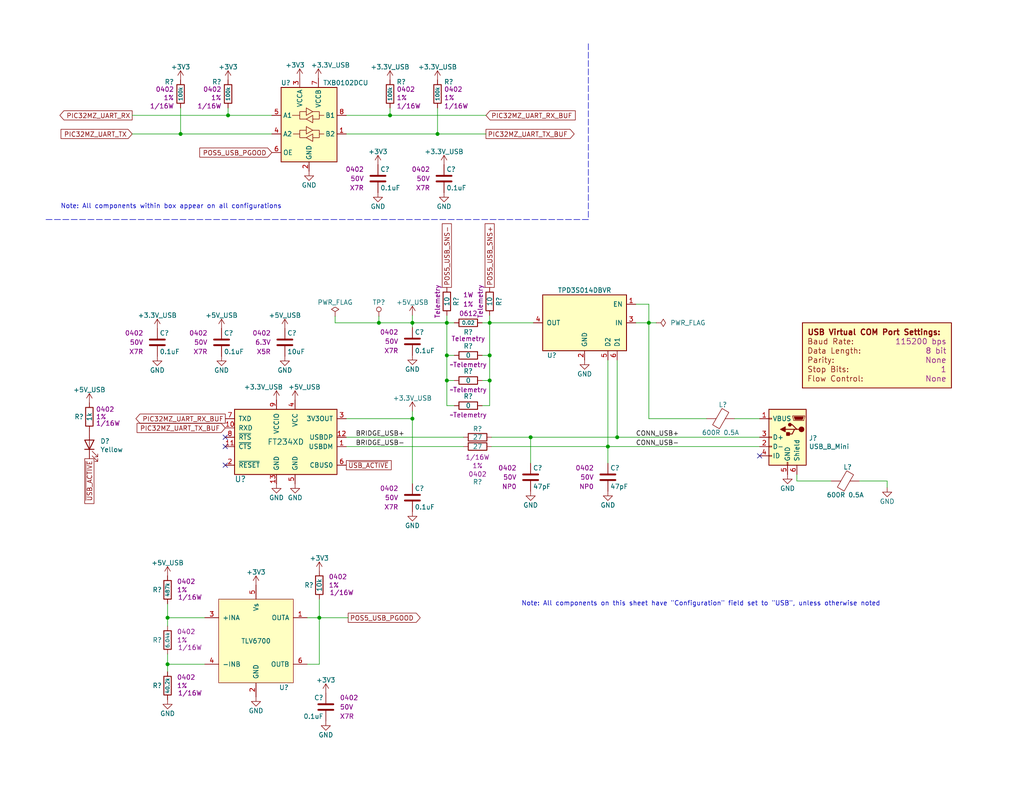
<source format=kicad_sch>
(kicad_sch (version 20211123) (generator eeschema)
  (paper "A")
  (lib_symbols
    (symbol "Connector:USB_B_Mini" (pin_names (offset 1.016))
      (property "Reference" "J" (at -5.08 11.43 0))
      (property "Value" "USB_B_Mini" (at -5.08 8.89 0))
      (symbol "USB_B_Mini_0_1"
        (rectangle (start -5.08 -7.62) (end 5.08 7.62) (stroke (width 0.254)) (fill (type background)))
        (circle (center -3.81 2.159) (radius 0.635) (stroke (width 0.254)) (fill (type outline)))
        (circle (center -0.635 3.429) (radius 0.381) (stroke (width 0.254)) (fill (type outline)))
        (rectangle (start -0.127 -7.62) (end 0.127 -6.858))
        (polyline (pts (xy -1.905 2.159) (xy 0.635 2.159)) (stroke (width 0.254)))
        (polyline (pts (xy -3.175 2.159) (xy -2.54 2.159) (xy -1.27 3.429) (xy -0.635 3.429)) (stroke (width 0.254)))
        (polyline (pts (xy -2.54 2.159) (xy -1.905 2.159) (xy -1.27 0.889) (xy 0 0.889)) (stroke (width 0.254)))
        (polyline (pts (xy 0.635 2.794) (xy 0.635 1.524) (xy 1.905 2.159) (xy 0.635 2.794)) (stroke (width 0.254)) (fill (type outline)))
        (polyline (pts (xy -4.318 5.588) (xy -1.778 5.588) (xy -2.032 4.826) (xy -4.064 4.826) (xy -4.318 5.588)) (fill (type outline)))
        (polyline (pts (xy -4.699 5.842) (xy -4.699 5.588) (xy -4.445 4.826) (xy -4.445 4.572) (xy -1.651 4.572) (xy -1.651 4.826) (xy -1.397 5.588) (xy -1.397 5.842) (xy -4.699 5.842)))
        (rectangle (start 0.254 1.27) (end -0.508 0.508) (stroke (width 0.254)) (fill (type outline)))
        (rectangle (start 5.08 -5.207) (end 4.318 -4.953))
        (rectangle (start 5.08 -2.667) (end 4.318 -2.413))
        (rectangle (start 5.08 -0.127) (end 4.318 0.127))
        (rectangle (start 5.08 4.953) (end 4.318 5.207))
      )
      (symbol "USB_B_Mini_1_1"
        (pin power_out line (at 7.62 5.08 180) (length 2.54) (name "VBUS") (number "1"))
        (pin bidirectional line (at 7.62 -2.54 180) (length 2.54) (name "D-") (number "2"))
        (pin bidirectional line (at 7.62 0 180) (length 2.54) (name "D+") (number "3"))
        (pin passive line (at 7.62 -5.08 180) (length 2.54) (name "ID") (number "4"))
        (pin power_out line (at 0 -10.16 90) (length 2.54) (name "GND") (number "5"))
        (pin passive line (at -2.54 -10.16 90) (length 2.54) (name "Shield") (number "6"))
      )
    )
    (symbol "Custom_Library:+3.3V_USB" (power) (pin_names (offset 0))
      (property "Value" "+3.3V_USB" (at 0 3.556 0))
      (symbol "+3.3V_USB_0_1"
        (polyline (pts (xy -0.762 1.27) (xy 0 2.54)))
        (polyline (pts (xy 0 0) (xy 0 2.54)))
        (polyline (pts (xy 0 2.54) (xy 0.762 1.27)))
      )
      (symbol "+3.3V_USB_1_1"
        (pin power_in line (at 0 0 90) (length 0) hide (name "+3.3V_USB") (number "1"))
      )
    )
    (symbol "Custom_Library:+5V_USB" (power) (pin_names (offset 0))
      (property "Value" "+5V_USB" (at 0 3.556 0))
      (symbol "+5V_USB_0_1"
        (polyline (pts (xy -0.762 1.27) (xy 0 2.54)))
        (polyline (pts (xy 0 0) (xy 0 2.54)))
        (polyline (pts (xy 0 2.54) (xy 0.762 1.27)))
      )
      (symbol "+5V_USB_1_1"
        (pin power_in line (at 0 0 90) (length 0) hide (name "+5V_USB") (number "1"))
      )
    )
    (symbol "Custom_Library:COM_Port_Settings" (pin_names (offset 1.016))
      (property "Baud_Rate" "Baud" (at 19.05 3.81 0))
      (property "Data_Length" "Data Length" (at 19.05 1.27 0))
      (property "Parity" "Parity" (at 19.05 -1.27 0))
      (property "Stop_Bits" "Stop Bits" (at 19.05 -3.81 0))
      (property "Flow_Control" "Flow Control" (at 19.05 -6.35 0))
      (symbol "COM_Port_Settings_0_0"
        (rectangle (start -20.32 8.89) (end 20.32 -8.89) (stroke (width 0.254)) (fill (type background)))
        (text "Baud Rate:" (at -19.05 3.81 0) (effects (font (size 1.524 1.524)) (justify left)))
        (text "Data Length:" (at -19.05 1.27 0) (effects (font (size 1.524 1.524)) (justify left)))
        (text "Flow Control:" (at -19.05 -6.35 0) (effects (font (size 1.524 1.524)) (justify left)))
        (text "Parity:" (at -19.05 -1.27 0) (effects (font (size 1.524 1.524)) (justify left)))
        (text "Stop Bits:" (at -19.05 -3.81 0) (effects (font (size 1.524 1.524)) (justify left)))
        (text "USB Virtual COM Port Settings:" (at -19.05 6.35 0) (effects (font (size 1.524 1.524) bold) (justify left)))
      )
    )
    (symbol "Custom_Library:C_Custom" (pin_numbers hide) (pin_names (offset 0.254))
      (property "Reference" "C" (at 0.635 2.54 0))
      (property "Value" "C_Custom" (at 0.635 -2.54 0))
      (property "display_footprint" "Foot" (at -3.81 2.54 0))
      (property "Voltage" "V" (at -3.81 0 0))
      (property "Dielectric" "Er" (at -3.81 -2.54 0))
      (symbol "C_Custom_0_1"
        (polyline (pts (xy -2.032 -0.762) (xy 2.032 -0.762)) (stroke (width 0.508)))
        (polyline (pts (xy -2.032 0.762) (xy 2.032 0.762)) (stroke (width 0.508)))
      )
      (symbol "C_Custom_1_1"
        (pin passive line (at 0 3.81 270) (length 2.794) (name "~") (number "1"))
        (pin passive line (at 0 -3.81 90) (length 2.794) (name "~") (number "2"))
      )
    )
    (symbol "Custom_Library:FT234XD" (pin_names (offset 1.016))
      (property "Reference" "U" (at 13.97 -10.16 0))
      (property "Value" "FT234XD" (at 0 0 0))
      (symbol "FT234XD_0_1"
        (rectangle (start -13.97 8.89) (end 13.97 -8.89) (stroke (width 0.254)) (fill (type background)))
      )
      (symbol "FT234XD_1_1"
        (pin input line (at -16.51 -1.27 0) (length 2.54) (name "USBDM") (number "1"))
        (pin input line (at 16.51 3.81 180) (length 2.54) (name "RXD") (number "10"))
        (pin input line (at 16.51 -1.27 180) (length 2.54) (name "~{CTS}") (number "11"))
        (pin input line (at -16.51 1.27 0) (length 2.54) (name "USBDP") (number "12"))
        (pin power_in line (at 2.54 -11.43 90) (length 2.54) (name "GND") (number "13"))
        (pin input line (at 16.51 -6.35 180) (length 2.54) (name "~{RESET}") (number "2"))
        (pin power_out line (at -16.51 6.35 0) (length 2.54) (name "3V3OUT") (number "3"))
        (pin power_in line (at -2.54 11.43 270) (length 2.54) (name "VCC") (number "4"))
        (pin power_in line (at -2.54 -11.43 90) (length 2.54) (name "GND") (number "5"))
        (pin bidirectional line (at -16.51 -6.35 0) (length 2.54) (name "CBUS0") (number "6"))
        (pin output line (at 16.51 6.35 180) (length 2.54) (name "TXD") (number "7"))
        (pin output line (at 16.51 1.27 180) (length 2.54) (name "~{RTS}") (number "8"))
        (pin power_in line (at 2.54 11.43 270) (length 2.54) (name "VCCIO") (number "9"))
      )
    )
    (symbol "Custom_Library:R_Custom" (pin_numbers hide) (pin_names (offset 1.016) hide)
      (property "Reference" "R" (at -2.54 0 90))
      (property "Value" "R_Custom" (at 0 0 90))
      (property "display_footprint" "Foot" (at 2.54 0 90))
      (property "Tolerance" "Tol" (at 5.08 0 90))
      (property "Wattage" "W" (at 7.62 0 90))
      (symbol "R_Custom_0_1"
        (rectangle (start 1.016 2.54) (end -1.016 -2.54) (stroke (width 0.254)))
      )
      (symbol "R_Custom_1_1"
        (pin passive line (at 0 3.81 270) (length 1.27) (name "1") (number "1"))
        (pin passive line (at 0 -3.81 90) (length 1.27) (name "2") (number "2"))
      )
    )
    (symbol "Custom_Library:TLV6700" (pin_names (offset 1.016))
      (property "Reference" "U" (at 7.62 -12.7 0))
      (property "Value" "TLV6700" (at 0 0 0))
      (symbol "TLV6700_0_1"
        (rectangle (start -10.16 11.43) (end 10.16 -11.43) (fill (type background)))
      )
      (symbol "TLV6700_1_1"
        (pin open_collector line (at 13.97 6.35 180) (length 3.81) (name "OUTA") (number "1"))
        (pin power_in line (at 0 -15.24 90) (length 3.81) (name "GND") (number "2"))
        (pin input line (at -13.97 6.35 0) (length 3.81) (name "+INA") (number "3"))
        (pin input line (at -13.97 -6.35 0) (length 3.81) (name "-INB") (number "4"))
        (pin power_in line (at 0 15.24 270) (length 3.81) (name "Vs") (number "5"))
        (pin open_collector line (at 13.97 -6.35 180) (length 3.81) (name "OUTB") (number "6"))
      )
    )
    (symbol "Custom_Library:TP" (pin_numbers hide) (pin_names (offset 0) hide)
      (property "Reference" "TP" (at 0 3.81 0))
      (symbol "TP_0_1"
        (polyline (pts (xy 0 0) (xy 0 1.27)))
        (circle (center 0 1.905) (radius 0.635))
      )
      (symbol "TP_1_1"
        (pin passive line (at 0 0 90) (length 0) (name "TP") (number "1"))
      )
    )
    (symbol "Custom_Library:TPD3S014DBVR" (pin_names (offset 1.016))
      (property "Reference" "U" (at 7.62 -8.89 0))
      (property "Value" "TPD3S014DBVR" (at 0 8.89 0))
      (symbol "TPD3S014DBVR_0_1"
        (rectangle (start -11.43 7.62) (end 11.43 -7.62) (stroke (width 0.254)) (fill (type background)))
      )
      (symbol "TPD3S014DBVR_1_1"
        (pin input line (at -13.97 5.08 0) (length 2.54) (name "EN") (number "1"))
        (pin power_in line (at 0 -10.16 90) (length 2.54) (name "GND") (number "2"))
        (pin power_in line (at -13.97 0 0) (length 2.54) (name "IN") (number "3"))
        (pin passive line (at 13.97 0 180) (length 2.54) (name "OUT") (number "4"))
        (pin passive line (at -6.35 -10.16 90) (length 2.54) (name "D2") (number "5"))
        (pin passive line (at -8.89 -10.16 90) (length 2.54) (name "D1") (number "6"))
      )
    )
    (symbol "Device:LED" (pin_numbers hide) (pin_names (offset 1.016) hide)
      (property "Reference" "D" (at 0 2.54 0))
      (property "Value" "LED" (at 0 -2.54 0))
      (symbol "LED_0_1"
        (polyline (pts (xy -1.27 -1.27) (xy -1.27 1.27)) (stroke (width 0.254)))
        (polyline (pts (xy -1.27 0) (xy 1.27 0)))
        (polyline (pts (xy 1.27 -1.27) (xy 1.27 1.27) (xy -1.27 0) (xy 1.27 -1.27)) (stroke (width 0.254)))
        (polyline (pts (xy -3.048 -0.762) (xy -4.572 -2.286) (xy -3.81 -2.286) (xy -4.572 -2.286) (xy -4.572 -1.524)))
        (polyline (pts (xy -1.778 -0.762) (xy -3.302 -2.286) (xy -2.54 -2.286) (xy -3.302 -2.286) (xy -3.302 -1.524)))
      )
      (symbol "LED_1_1"
        (pin passive line (at -3.81 0 0) (length 2.54) (name "K") (number "1"))
        (pin passive line (at 3.81 0 180) (length 2.54) (name "A") (number "2"))
      )
    )
    (symbol "LED_Panel_Controller-rescue:+3.3V-power" (power) (pin_names (offset 0))
      (property "Value" "+3.3V-power" (at 0 3.556 0))
      (symbol "+3.3V-power_0_1"
        (polyline (pts (xy -0.762 1.27) (xy 0 2.54)))
        (polyline (pts (xy 0 0) (xy 0 2.54)))
        (polyline (pts (xy 0 2.54) (xy 0.762 1.27)))
      )
      (symbol "+3.3V-power_1_1"
        (pin power_in line (at 0 0 90) (length 0) hide (name "+3V3") (number "1"))
      )
    )
    (symbol "LED_Panel_Controller-rescue:Ferrite_Bead-Device" (pin_numbers hide) (pin_names (offset 0))
      (property "Reference" "FB" (at -3.81 0.635 90))
      (property "Value" "Ferrite_Bead-Device" (at 3.81 0 90))
      (symbol "Ferrite_Bead-Device_0_1"
        (polyline (pts (xy 0 -1.27) (xy 0 -1.2192)))
        (polyline (pts (xy 0 1.27) (xy 0 1.2954)))
        (polyline (pts (xy -2.7686 0.4064) (xy -1.7018 2.2606) (xy 2.7686 -0.3048) (xy 1.6764 -2.159) (xy -2.7686 0.4064)))
      )
      (symbol "Ferrite_Bead-Device_1_1"
        (pin passive line (at 0 3.81 270) (length 2.54) (name "~") (number "1"))
        (pin passive line (at 0 -3.81 90) (length 2.54) (name "~") (number "2"))
      )
    )
    (symbol "Logic_LevelTranslator:TXB0102DCU"
      (property "Reference" "U" (at -6.35 11.43 0))
      (property "Value" "TXB0102DCU" (at 3.81 11.43 0))
      (symbol "TXB0102DCU_0_1"
        (rectangle (start -7.62 10.16) (end 7.62 -10.16) (stroke (width 0.254)) (fill (type background)))
        (polyline (pts (xy -2.54 -2.54) (xy -2.54 -1.524) (xy -0.762 -1.524)))
        (polyline (pts (xy -2.54 2.54) (xy -2.54 3.556) (xy -0.762 3.556)))
        (polyline (pts (xy 2.794 -2.54) (xy 2.794 -3.556) (xy 1.016 -3.556)))
        (polyline (pts (xy 2.794 2.54) (xy 2.794 1.524) (xy 1.016 1.524)))
        (polyline (pts (xy -0.762 -3.556) (xy -2.54 -3.556) (xy -2.54 -2.54) (xy -4.318 -2.54)))
        (polyline (pts (xy -0.762 -2.54) (xy -0.762 -0.508) (xy 1.016 -1.524) (xy -0.762 -2.54)))
        (polyline (pts (xy -0.762 1.524) (xy -2.54 1.524) (xy -2.54 2.54) (xy -4.572 2.54)))
        (polyline (pts (xy -0.762 2.54) (xy -0.762 4.572) (xy 1.016 3.556) (xy -0.762 2.54)))
        (polyline (pts (xy 1.016 -2.54) (xy 1.016 -4.572) (xy -0.762 -3.556) (xy 1.016 -2.54)))
        (polyline (pts (xy 1.016 -1.524) (xy 2.794 -1.524) (xy 2.794 -2.54) (xy 4.064 -2.54)))
        (polyline (pts (xy 1.016 3.556) (xy 2.794 3.556) (xy 2.794 2.54) (xy 4.064 2.54)))
        (polyline (pts (xy 1.016 2.54) (xy 1.016 0.762) (xy 1.016 0.508) (xy -0.762 1.524) (xy 1.016 2.54)))
      )
      (symbol "TXB0102DCU_1_1"
        (pin bidirectional line (at 10.16 -2.54 180) (length 2.54) (name "B2") (number "1"))
        (pin power_in line (at 0 -12.7 90) (length 2.54) (name "GND") (number "2"))
        (pin power_in line (at -2.54 12.7 270) (length 2.54) (name "VCCA") (number "3"))
        (pin bidirectional line (at -10.16 -2.54 0) (length 2.54) (name "A2") (number "4"))
        (pin bidirectional line (at -10.16 2.54 0) (length 2.54) (name "A1") (number "5"))
        (pin input line (at -10.16 -7.62 0) (length 2.54) (name "OE") (number "6"))
        (pin power_in line (at 2.54 12.7 270) (length 2.54) (name "VCCB") (number "7"))
        (pin bidirectional line (at 10.16 2.54 180) (length 2.54) (name "B1") (number "8"))
      )
    )
    (symbol "power:GND" (power) (pin_names (offset 0))
      (property "Value" "GND" (at 0 -3.81 0))
      (symbol "GND_0_1"
        (polyline (pts (xy 0 0) (xy 0 -1.27) (xy 1.27 -1.27) (xy 0 -2.54) (xy -1.27 -1.27) (xy 0 -1.27)))
      )
      (symbol "GND_1_1"
        (pin power_in line (at 0 0 270) (length 0) hide (name "GND") (number "1"))
      )
    )
    (symbol "power:PWR_FLAG" (power) (pin_numbers hide) (pin_names (offset 0) hide)
      (property "Value" "PWR_FLAG" (at 0 3.81 0))
      (symbol "PWR_FLAG_0_0"
        (pin power_out line (at 0 0 90) (length 0) (name "pwr") (number "1"))
      )
      (symbol "PWR_FLAG_0_1"
        (polyline (pts (xy 0 0) (xy 0 1.27) (xy -1.016 1.905) (xy 0 2.54) (xy 1.016 1.905) (xy 0 1.27)))
      )
    )
  )
  (junction (at 133.604 97.028))
  (junction (at 106.426 31.496))
  (junction (at 45.72 181.356))
  (junction (at 49.276 36.576))
  (junction (at 45.72 168.656))
  (junction (at 168.402 119.38))
  (junction (at 119.38 36.576))
  (junction (at 112.522 88.138))
  (junction (at 133.604 88.138))
  (junction (at 165.862 121.92))
  (junction (at 87.122 168.656))
  (junction (at 112.522 114.3))
  (junction (at 62.23 31.496))
  (junction (at 144.78 119.38))
  (junction (at 121.92 97.028))
  (junction (at 121.92 88.138))
  (junction (at 121.92 103.886))
  (junction (at 177.038 88.138))
  (junction (at 103.378 88.138))
  (junction (at 133.604 103.886))
  (no_connect (at 207.264 124.46))
  (no_connect (at 61.468 121.92))
  (no_connect (at 61.468 119.38))
  (no_connect (at 61.468 127))
  (wire (pts (xy 168.402 119.38) (xy 207.264 119.38)))
  (polyline (pts (xy 160.528 59.944) (xy 12.446 59.944)))
  (polyline (pts (xy 160.528 11.938) (xy 160.528 59.944)))
  (wire (pts (xy 131.572 97.028) (xy 133.604 97.028)))
  (wire (pts (xy 144.78 126.492) (xy 144.78 119.38)))
  (wire (pts (xy 132.588 31.496) (xy 106.426 31.496)))
  (wire (pts (xy 121.92 103.886) (xy 121.92 110.744)))
  (wire (pts (xy 200.406 114.3) (xy 207.264 114.3)))
  (wire (pts (xy 165.862 98.298) (xy 165.862 121.92)))
  (wire (pts (xy 83.82 181.356) (xy 87.122 181.356)))
  (wire (pts (xy 94.488 119.38) (xy 126.492 119.38)))
  (wire (pts (xy 62.23 29.464) (xy 62.23 31.496)))
  (wire (pts (xy 173.482 83.058) (xy 177.038 83.058)))
  (wire (pts (xy 242.062 131.318) (xy 234.442 131.318)))
  (wire (pts (xy 112.522 112.268) (xy 112.522 114.3)))
  (wire (pts (xy 165.862 121.92) (xy 207.264 121.92)))
  (wire (pts (xy 121.92 86.106) (xy 121.92 88.138)))
  (wire (pts (xy 132.588 36.576) (xy 119.38 36.576)))
  (wire (pts (xy 119.38 29.464) (xy 119.38 36.576)))
  (wire (pts (xy 165.862 126.492) (xy 165.862 121.92)))
  (wire (pts (xy 144.78 119.38) (xy 168.402 119.38)))
  (wire (pts (xy 131.572 103.886) (xy 133.604 103.886)))
  (wire (pts (xy 49.276 36.576) (xy 74.168 36.576)))
  (wire (pts (xy 121.92 88.138) (xy 121.92 97.028)))
  (wire (pts (xy 226.822 131.318) (xy 217.424 131.318)))
  (wire (pts (xy 133.604 110.744) (xy 133.604 103.886)))
  (wire (pts (xy 94.488 114.3) (xy 112.522 114.3)))
  (wire (pts (xy 133.604 103.886) (xy 133.604 97.028)))
  (wire (pts (xy 103.378 88.138) (xy 112.522 88.138)))
  (wire (pts (xy 123.952 97.028) (xy 121.92 97.028)))
  (wire (pts (xy 91.44 86.36) (xy 91.44 88.138)))
  (wire (pts (xy 177.038 83.058) (xy 177.038 88.138)))
  (wire (pts (xy 242.062 133.096) (xy 242.062 131.318)))
  (wire (pts (xy 123.952 103.886) (xy 121.92 103.886)))
  (wire (pts (xy 45.72 168.656) (xy 45.72 164.846)))
  (wire (pts (xy 94.996 168.656) (xy 87.122 168.656)))
  (wire (pts (xy 106.426 31.496) (xy 94.488 31.496)))
  (wire (pts (xy 45.72 181.356) (xy 45.72 183.388)))
  (wire (pts (xy 36.068 36.576) (xy 49.276 36.576)))
  (wire (pts (xy 62.23 31.496) (xy 74.168 31.496)))
  (wire (pts (xy 173.482 88.138) (xy 177.038 88.138)))
  (wire (pts (xy 49.276 29.464) (xy 49.276 36.576)))
  (wire (pts (xy 112.522 88.138) (xy 112.522 89.408)))
  (wire (pts (xy 87.122 168.656) (xy 87.122 163.576)))
  (wire (pts (xy 179.07 88.138) (xy 177.038 88.138)))
  (wire (pts (xy 133.604 86.106) (xy 133.604 88.138)))
  (wire (pts (xy 112.522 114.3) (xy 112.522 132.08)))
  (wire (pts (xy 87.122 181.356) (xy 87.122 168.656)))
  (wire (pts (xy 177.038 88.138) (xy 177.038 114.3)))
  (wire (pts (xy 121.92 110.744) (xy 123.952 110.744)))
  (wire (pts (xy 192.786 114.3) (xy 177.038 114.3)))
  (wire (pts (xy 134.112 121.92) (xy 165.862 121.92)))
  (wire (pts (xy 133.604 88.138) (xy 133.604 97.028)))
  (wire (pts (xy 119.38 36.576) (xy 94.488 36.576)))
  (wire (pts (xy 131.572 88.138) (xy 133.604 88.138)))
  (wire (pts (xy 131.572 110.744) (xy 133.604 110.744)))
  (wire (pts (xy 168.402 98.298) (xy 168.402 119.38)))
  (wire (pts (xy 45.72 181.356) (xy 45.72 178.562)))
  (wire (pts (xy 134.112 119.38) (xy 144.78 119.38)))
  (wire (pts (xy 217.424 131.318) (xy 217.424 129.54)))
  (wire (pts (xy 103.378 86.36) (xy 103.378 88.138)))
  (wire (pts (xy 55.88 181.356) (xy 45.72 181.356)))
  (wire (pts (xy 91.44 88.138) (xy 103.378 88.138)))
  (wire (pts (xy 55.88 168.656) (xy 45.72 168.656)))
  (wire (pts (xy 45.72 168.656) (xy 45.72 170.942)))
  (wire (pts (xy 94.488 121.92) (xy 126.492 121.92)))
  (wire (pts (xy 121.92 97.028) (xy 121.92 103.886)))
  (wire (pts (xy 133.604 88.138) (xy 145.542 88.138)))
  (wire (pts (xy 112.522 88.138) (xy 121.92 88.138)))
  (wire (pts (xy 112.522 86.106) (xy 112.522 88.138)))
  (wire (pts (xy 83.82 168.656) (xy 87.122 168.656)))
  (wire (pts (xy 36.068 31.496) (xy 62.23 31.496)))
  (wire (pts (xy 121.92 88.138) (xy 123.952 88.138)))
  (wire (pts (xy 106.426 29.464) (xy 106.426 31.496)))
  (text "Note: All components within box appear on all configurations" (at 16.51 57.15 0) (effects (font (size 1.27 1.27)) (justify left bottom)))
  (text "Note: All components on this sheet have \"Configuration\" field set to \"USB\", unless otherwise noted" (at 142.24 165.608 0) (effects (font (size 1.27 1.27)) (justify left bottom)))
  (label "BRIDGE_USB-" (at 97.028 121.92 0))
  (label "BRIDGE_USB+" (at 97.028 119.38 0))
  (label "CONN_USB-" (at 173.482 121.92 0))
  (label "CONN_USB+" (at 173.482 119.38 0))
  (global_label "POS5_USB_SNS-" (shape passive) (at 121.92 78.486 90) (property "Intersheet References" "${INTERSHEET_REFS}" (effects hide)))
  (global_label "~{USB_ACTIVE}" (shape passive) (at 94.488 127 0) (property "Intersheet References" "${INTERSHEET_REFS}" (effects hide)))
  (global_label "PIC32MZ_UART_RX_BUF" (shape output) (at 61.468 114.3 180) (property "Intersheet References" "${INTERSHEET_REFS}" (effects hide)))
  (global_label "~{USB_ACTIVE}" (shape passive) (at 24.384 125.222 270) (property "Intersheet References" "${INTERSHEET_REFS}" (effects hide)))
  (global_label "PIC32MZ_UART_RX" (shape output) (at 36.068 31.496 180) (property "Intersheet References" "${INTERSHEET_REFS}" (effects hide)))
  (global_label "POS5_USB_PGOOD" (shape input) (at 74.168 41.656 180) (property "Intersheet References" "${INTERSHEET_REFS}" (effects hide)))
  (global_label "POS5_USB_SNS+" (shape passive) (at 133.604 78.486 90) (property "Intersheet References" "${INTERSHEET_REFS}" (effects hide)))
  (global_label "PIC32MZ_UART_TX_BUF" (shape input) (at 61.468 116.84 180) (property "Intersheet References" "${INTERSHEET_REFS}" (effects hide)))
  (global_label "PIC32MZ_UART_TX" (shape input) (at 36.068 36.576 180) (property "Intersheet References" "${INTERSHEET_REFS}" (effects hide)))
  (global_label "PIC32MZ_UART_RX_BUF" (shape input) (at 132.588 31.496 0) (property "Intersheet References" "${INTERSHEET_REFS}" (effects hide)))
  (global_label "POS5_USB_PGOOD" (shape output) (at 94.996 168.656 0) (property "Intersheet References" "${INTERSHEET_REFS}" (effects hide)))
  (global_label "PIC32MZ_UART_TX_BUF" (shape output) (at 132.588 36.576 0) (property "Intersheet References" "${INTERSHEET_REFS}" (effects hide)))
  (symbol (lib_id "Custom_Library:+5V_USB") (at 24.384 109.982 0) (unit 1)
    (property "Reference" "#PWR?" (effects hide))
    (property "Value" "+5V_USB" (at 24.384 106.426 0))
  )
  (symbol (lib_id "LED_Panel_Controller-rescue:+3.3V-power") (at 88.9 189.23 0) (unit 1)
    (property "Reference" "#PWR?" (effects hide))
    (property "Value" "+3.3V" (at 88.9 185.674 0))
  )
  (symbol (lib_id "Custom_Library:TPD3S014DBVR") (at 159.512 88.138 0) (mirror y) (unit 1)
    (property "Reference" "U?" (at 151.892 97.028 0) (effects (justify left)))
    (property "Value" "TPD3S014DBVR" (at 159.512 79.248 0))
    (property "Footprint" "TO_SOT_Packages_SMD:SOT-23-6" (effects hide))
    (property "Datasheet" "http://www.ti.com/lit/ds/symlink/tpd3s014.pdf" (effects hide))
    (property "Digi-Key PN" "296-38835-1-ND" (effects hide))
    (property "Configuration" "USB" (effects hide))
  )
  (symbol (lib_id "power:GND") (at 112.522 97.028 0) (unit 1)
    (property "Reference" "#PWR?" (effects hide))
    (property "Value" "GND" (at 112.522 100.838 0))
  )
  (symbol (lib_id "Custom_Library:+3.3V_USB") (at 75.438 109.22 0) (unit 1)
    (property "Reference" "#PWR?" (effects hide))
    (property "Value" "+3.3V_USB" (at 71.882 105.664 0))
  )
  (symbol (lib_id "Custom_Library:R_Custom") (at 127.762 97.028 90) (mirror x) (unit 1)
    (property "Reference" "R?" (at 127.762 94.488 90))
    (property "Value" "0" (at 127.762 97.028 90))
    (property "Footprint" "Resistors_SMD:R_0402" (effects hide))
    (property "display_footprint" "0402" (effects hide))
    (property "Tolerance" "1%" (effects hide))
    (property "Wattage" "1/16W" (effects hide))
    (property "Configuration" "~Telemetry" (at 127.762 99.568 90))
    (property "Digi-Key PN" "RMCF0402ZT0R00CT-N" (effects hide))
  )
  (symbol (lib_id "Custom_Library:R_Custom") (at 87.122 159.766 0) (unit 1)
    (property "Reference" "R?" (at 85.598 159.766 0) (effects (justify right)))
    (property "Value" "10k" (at 87.122 159.766 90))
    (property "Footprint" "Resistors_SMD:R_0402" (effects hide))
    (property "display_footprint" "0402" (at 89.662 157.48 0) (effects (justify left)))
    (property "Tolerance" "1%" (at 89.662 159.766 0) (effects (justify left)))
    (property "Wattage" "1/16W" (at 89.916 161.798 0) (effects (justify left)))
    (property "Digi-Key PN" "RMCF0402FT10K0CT-ND" (effects hide))
    (property "Configuration" "USB" (effects hide))
  )
  (symbol (lib_id "power:PWR_FLAG") (at 91.44 86.36 0) (unit 1)
    (property "Reference" "#FLG?" (effects hide))
    (property "Value" "PWR_FLAG" (at 91.44 82.55 0))
  )
  (symbol (lib_id "Custom_Library:TP") (at 103.378 86.36 0) (unit 1)
    (property "Reference" "TP?" (at 103.378 82.55 0))
    (property "Value" "TP" (effects hide))
    (property "Footprint" "Custom Footprints Library:Test_Point" (effects hide))
  )
  (symbol (lib_id "Custom_Library:R_Custom") (at 45.72 174.752 0) (unit 1)
    (property "Reference" "R?" (at 44.196 174.752 0) (effects (justify right)))
    (property "Value" "6.04k" (at 45.72 174.752 90) (effects (font (size 1.016 1.016))))
    (property "Footprint" "Resistors_SMD:R_0402" (effects hide))
    (property "display_footprint" "0402" (at 48.26 172.466 0) (effects (justify left)))
    (property "Tolerance" "1%" (at 48.26 174.752 0) (effects (justify left)))
    (property "Wattage" "1/16W" (at 48.514 176.784 0) (effects (justify left)))
    (property "Digi-Key PN" "RMCF0402FT6K04CT-ND" (effects hide))
    (property "Configuration" "USB" (effects hide))
  )
  (symbol (lib_id "Custom_Library:+3.3V_USB") (at 119.38 21.844 0) (unit 1)
    (property "Reference" "#PWR?" (effects hide))
    (property "Value" "+3.3V_USB" (at 119.38 18.288 0))
  )
  (symbol (lib_id "Custom_Library:R_Custom") (at 106.426 25.654 0) (unit 1)
    (property "Reference" "R?" (at 108.204 22.352 0) (effects (justify left)))
    (property "Value" "100k" (at 106.426 25.654 90) (effects (font (size 1.016 1.016))))
    (property "Footprint" "Resistors_SMD:R_0402" (effects hide))
    (property "display_footprint" "0402" (at 108.204 24.384 0) (effects (justify left)))
    (property "Tolerance" "1%" (at 108.204 26.67 0) (effects (justify left)))
    (property "Wattage" "1/16W" (at 108.204 28.956 0) (effects (justify left)))
    (property "Digi-Key PN" "RMCF0402FT100KCT-ND" (effects hide))
  )
  (symbol (lib_id "power:GND") (at 144.78 134.112 0) (unit 1)
    (property "Reference" "#PWR?" (effects hide))
    (property "Value" "GND" (at 144.78 137.922 0))
  )
  (symbol (lib_id "Custom_Library:+5V_USB") (at 45.72 157.226 0) (unit 1)
    (property "Reference" "#PWR?" (effects hide))
    (property "Value" "+5V_USB" (at 45.72 153.67 0))
  )
  (symbol (lib_id "Custom_Library:C_Custom") (at 88.9 193.04 0) (mirror y) (unit 1)
    (property "Reference" "C?" (at 88.265 190.5 0) (effects (justify left)))
    (property "Value" "0.1uF" (at 88.265 195.58 0) (effects (justify left)))
    (property "Footprint" "Capacitors_SMD:C_0402" (effects hide))
    (property "Digi-Key PN" "490-10698-1-ND" (effects hide))
    (property "display_footprint" "0402" (at 92.71 190.5 0) (effects (justify right)))
    (property "Voltage" "50V" (at 92.71 193.04 0) (effects (justify right)))
    (property "Dielectric" "X7R" (at 92.71 195.58 0) (effects (justify right)))
    (property "Configuration" "USB" (effects hide))
  )
  (symbol (lib_id "LED_Panel_Controller-rescue:Ferrite_Bead-Device") (at 196.596 114.3 270) (unit 1)
    (property "Reference" "L?" (at 197.231 110.49 90))
    (property "Value" "600R 0.5A" (at 196.596 118.11 90))
    (property "Footprint" "Inductors_SMD:L_0402" (effects hide))
    (property "Digi-Key PN" "490-5441-1-ND" (effects hide))
    (property "Configuration" "USB" (effects hide))
  )
  (symbol (lib_id "Custom_Library:R_Custom") (at 45.72 161.036 0) (unit 1)
    (property "Reference" "R?" (at 44.196 161.036 0) (effects (justify right)))
    (property "Value" "487k" (at 45.72 161.036 90) (effects (font (size 1.016 1.016))))
    (property "Footprint" "Resistors_SMD:R_0402" (effects hide))
    (property "display_footprint" "0402" (at 48.26 158.75 0) (effects (justify left)))
    (property "Tolerance" "1%" (at 48.26 161.036 0) (effects (justify left)))
    (property "Wattage" "1/16W" (at 48.514 163.068 0) (effects (justify left)))
    (property "Digi-Key PN" "RMCF0402FT487KCT-ND" (effects hide))
    (property "Configuration" "USB" (effects hide))
  )
  (symbol (lib_id "power:GND") (at 88.9 196.85 0) (unit 1)
    (property "Reference" "#PWR?" (effects hide))
    (property "Value" "GND" (at 88.9 200.66 0))
  )
  (symbol (lib_id "power:GND") (at 242.062 133.096 0) (unit 1)
    (property "Reference" "#PWR?" (effects hide))
    (property "Value" "GND" (at 242.062 136.906 0))
  )
  (symbol (lib_id "Custom_Library:FT234XD") (at 77.978 120.65 0) (mirror y) (unit 1)
    (property "Reference" "U?" (at 64.008 130.81 0) (effects (font (size 1.524 1.524)) (justify right)))
    (property "Value" "FT234XD" (at 77.978 120.65 0) (effects (font (size 1.524 1.524))))
    (property "Footprint" "Housings_DFN_QFN:DFN-12-1EP_3x3mm_Pitch0.45mm" (effects hide))
    (property "Datasheet" "http://www.ftdichip.com/Support/Documents/DataSheets/ICs/DS_FT234XD.pdf" (effects hide))
    (property "Digi-Key PN" "768-1178-1-ND" (effects hide))
    (property "Configuration" "USB" (effects hide))
  )
  (symbol (lib_id "power:GND") (at 42.926 97.282 0) (unit 1)
    (property "Reference" "#PWR?" (effects hide))
    (property "Value" "GND" (at 42.926 101.092 0))
  )
  (symbol (lib_id "power:GND") (at 103.124 52.578 0) (unit 1)
    (property "Reference" "#PWR?" (effects hide))
    (property "Value" "GND" (at 103.124 56.388 0))
  )
  (symbol (lib_id "power:GND") (at 159.512 98.298 0) (unit 1)
    (property "Reference" "#PWR?" (effects hide))
    (property "Value" "GND" (at 159.512 102.108 0))
  )
  (symbol (lib_id "Custom_Library:R_Custom") (at 24.384 113.792 0) (unit 1)
    (property "Reference" "R?" (at 22.86 113.792 0) (effects (justify right)))
    (property "Value" "1k" (at 24.384 113.792 90))
    (property "Footprint" "Resistors_SMD:R_0402" (effects hide))
    (property "display_footprint" "0402" (at 26.162 111.76 0) (effects (justify left)))
    (property "Tolerance" "1%" (at 26.162 113.792 0) (effects (justify left)))
    (property "Wattage" "1/16W" (at 26.162 115.57 0) (effects (justify left)))
    (property "Digi-Key PN" "RMCF0402FT1K00CT-ND" (effects hide))
    (property "Configuration" "USB" (effects hide))
  )
  (symbol (lib_id "Custom_Library:C_Custom") (at 112.522 135.89 0) (unit 1)
    (property "Reference" "C?" (at 113.157 133.35 0) (effects (justify left)))
    (property "Value" "0.1uF" (at 113.157 138.43 0) (effects (justify left)))
    (property "Footprint" "Capacitors_SMD:C_0402" (effects hide))
    (property "display_footprint" "0402" (at 108.712 133.35 0) (effects (justify right)))
    (property "Voltage" "50V" (at 108.712 135.89 0) (effects (justify right)))
    (property "Dielectric" "X7R" (at 108.712 138.43 0) (effects (justify right)))
    (property "Digi-Key PN" "490-10698-1-ND" (effects hide))
    (property "Configuration" "USB" (effects hide))
  )
  (symbol (lib_id "Custom_Library:+5V_USB") (at 112.522 86.106 0) (unit 1)
    (property "Reference" "#PWR?" (effects hide))
    (property "Value" "+5V_USB" (at 112.522 82.55 0))
  )
  (symbol (lib_id "Custom_Library:+5V_USB") (at 80.518 109.22 0) (unit 1)
    (property "Reference" "#PWR?" (effects hide))
    (property "Value" "+5V_USB" (at 83.058 105.664 0))
  )
  (symbol (lib_id "Device:LED") (at 24.384 121.412 90) (unit 1)
    (property "Reference" "D?" (at 27.3558 120.4468 90) (effects (justify right)))
    (property "Value" "Yellow" (at 27.3558 122.7582 90) (effects (justify right)))
    (property "Footprint" "LEDs:LED_0402" (effects hide))
    (property "Configuration" "USB" (effects hide))
    (property "Digi-Key PN" "1497-1198-1-ND" (effects hide))
  )
  (symbol (lib_id "Custom_Library:R_Custom") (at 62.23 25.654 0) (mirror y) (unit 1)
    (property "Reference" "R?" (at 60.452 22.352 0) (effects (justify left)))
    (property "Value" "100k" (at 62.23 25.654 90) (effects (font (size 1.016 1.016))))
    (property "Footprint" "Resistors_SMD:R_0402" (effects hide))
    (property "display_footprint" "0402" (at 60.452 24.384 0) (effects (justify left)))
    (property "Tolerance" "1%" (at 60.452 26.67 0) (effects (justify left)))
    (property "Wattage" "1/16W" (at 60.452 28.956 0) (effects (justify left)))
    (property "Digi-Key PN" "RMCF0402FT100KCT-ND" (effects hide))
  )
  (symbol (lib_id "power:GND") (at 121.158 52.578 0) (unit 1)
    (property "Reference" "#PWR?" (effects hide))
    (property "Value" "GND" (at 121.158 56.388 0))
  )
  (symbol (lib_id "Custom_Library:C_Custom") (at 77.724 93.472 0) (unit 1)
    (property "Reference" "C?" (at 78.359 90.932 0) (effects (justify left)))
    (property "Value" "10uF" (at 78.359 96.012 0) (effects (justify left)))
    (property "Footprint" "Capacitors_SMD:C_0402" (effects hide))
    (property "display_footprint" "0402" (at 73.914 90.932 0) (effects (justify right)))
    (property "Voltage" "6.3V" (at 73.914 93.472 0) (effects (justify right)))
    (property "Dielectric" "X5R" (at 73.914 96.012 0) (effects (justify right)))
    (property "Digi-Key PN" "1276-1451-1-ND" (effects hide))
    (property "Configuration" "USB" (effects hide))
  )
  (symbol (lib_id "Custom_Library:R_Custom") (at 133.604 82.296 0) (mirror y) (unit 1)
    (property "Reference" "R?" (at 136.144 82.296 90))
    (property "Value" "10" (at 133.604 82.296 90))
    (property "Footprint" "Resistors_SMD:R_0402" (effects hide))
    (property "display_footprint" "0402" (effects hide))
    (property "Tolerance" "1%" (effects hide))
    (property "Wattage" "1/16W" (effects hide))
    (property "Digi-Key PN" "RMCF0402FT10R0CT-ND" (effects hide))
    (property "Configuration" "Telemetry" (at 131.064 82.296 90))
  )
  (symbol (lib_id "Custom_Library:R_Custom") (at 49.276 25.654 0) (mirror y) (unit 1)
    (property "Reference" "R?" (at 47.498 22.352 0) (effects (justify left)))
    (property "Value" "100k" (at 49.276 25.654 90) (effects (font (size 1.016 1.016))))
    (property "Footprint" "Resistors_SMD:R_0402" (effects hide))
    (property "display_footprint" "0402" (at 47.498 24.384 0) (effects (justify left)))
    (property "Tolerance" "1%" (at 47.498 26.67 0) (effects (justify left)))
    (property "Wattage" "1/16W" (at 47.498 28.956 0) (effects (justify left)))
    (property "Digi-Key PN" "RMCF0402FT100KCT-ND" (effects hide))
  )
  (symbol (lib_id "Custom_Library:+5V_USB") (at 77.724 89.662 0) (unit 1)
    (property "Reference" "#PWR?" (effects hide))
    (property "Value" "+5V_USB" (at 77.724 86.106 0))
  )
  (symbol (lib_id "Logic_LevelTranslator:TXB0102DCU") (at 84.328 34.036 0) (unit 1)
    (property "Reference" "U?" (at 77.978 22.606 0))
    (property "Value" "TXB0102DCU" (at 88.138 22.606 0) (effects (justify left)))
    (property "Datasheet" "http://www.ti.com/lit/ds/symlink/txb0102.pdf" (effects hide))
    (property "Digi-Key PN" "296-22862-1-ND" (effects hide))
  )
  (symbol (lib_id "Custom_Library:+3.3V_USB") (at 42.926 89.662 0) (unit 1)
    (property "Reference" "#PWR?" (effects hide))
    (property "Value" "+3.3V_USB" (at 42.926 86.106 0))
  )
  (symbol (lib_id "LED_Panel_Controller-rescue:+3.3V-power") (at 103.124 44.958 0) (unit 1)
    (property "Reference" "#PWR?" (effects hide))
    (property "Value" "+3.3V" (at 103.124 41.402 0))
  )
  (symbol (lib_id "Custom_Library:C_Custom") (at 60.452 93.472 0) (unit 1)
    (property "Reference" "C?" (at 61.087 90.932 0) (effects (justify left)))
    (property "Value" "0.1uF" (at 61.087 96.012 0) (effects (justify left)))
    (property "Footprint" "Capacitors_SMD:C_0402" (effects hide))
    (property "display_footprint" "0402" (at 56.642 90.932 0) (effects (justify right)))
    (property "Voltage" "50V" (at 56.642 93.472 0) (effects (justify right)))
    (property "Dielectric" "X7R" (at 56.642 96.012 0) (effects (justify right)))
    (property "Digi-Key PN" "490-10698-1-ND" (effects hide))
    (property "Configuration" "USB" (effects hide))
  )
  (symbol (lib_id "LED_Panel_Controller-rescue:+3.3V-power") (at 81.788 21.336 0) (unit 1)
    (property "Reference" "#PWR?" (effects hide))
    (property "Value" "+3.3V" (at 80.518 17.78 0))
  )
  (symbol (lib_id "Custom_Library:C_Custom") (at 112.522 93.218 0) (unit 1)
    (property "Reference" "C?" (at 113.157 90.678 0) (effects (justify left)))
    (property "Value" "0.1uF" (at 113.157 95.758 0) (effects (justify left)))
    (property "Footprint" "Capacitors_SMD:C_0402" (effects hide))
    (property "display_footprint" "0402" (at 108.712 90.678 0) (effects (justify right)))
    (property "Voltage" "50V" (at 108.712 93.218 0) (effects (justify right)))
    (property "Dielectric" "X7R" (at 108.712 95.758 0) (effects (justify right)))
    (property "Digi-Key PN" "490-10698-1-ND" (effects hide))
    (property "Configuration" "USB" (effects hide))
  )
  (symbol (lib_id "Custom_Library:C_Custom") (at 42.926 93.472 0) (unit 1)
    (property "Reference" "C?" (at 43.561 90.932 0) (effects (justify left)))
    (property "Value" "0.1uF" (at 43.561 96.012 0) (effects (justify left)))
    (property "Footprint" "Capacitors_SMD:C_0402" (effects hide))
    (property "display_footprint" "0402" (at 39.116 90.932 0) (effects (justify right)))
    (property "Voltage" "50V" (at 39.116 93.472 0) (effects (justify right)))
    (property "Dielectric" "X7R" (at 39.116 96.012 0) (effects (justify right)))
    (property "Digi-Key PN" "490-10698-1-ND" (effects hide))
    (property "Configuration" "USB" (effects hide))
  )
  (symbol (lib_id "LED_Panel_Controller-rescue:+3.3V-power") (at 69.85 159.766 0) (unit 1)
    (property "Reference" "#PWR?" (effects hide))
    (property "Value" "+3.3V" (at 69.85 156.21 0))
  )
  (symbol (lib_id "Custom_Library:COM_Port_Settings") (at 239.268 97.028 0) (unit 1)
    (property "Reference" "DOC?" (effects hide))
    (property "Value" "COM_Port_Settings" (effects hide))
    (property "Baud_Rate" "115200 bps" (at 258.318 93.218 0) (effects (font (size 1.524 1.524)) (justify right)))
    (property "Data_Length" "8 bit" (at 258.318 95.758 0) (effects (font (size 1.524 1.524)) (justify right)))
    (property "Parity" "None" (at 258.318 98.298 0) (effects (font (size 1.524 1.524)) (justify right)))
    (property "Stop_Bits" "1" (at 258.318 100.838 0) (effects (font (size 1.524 1.524)) (justify right)))
    (property "Flow_Control" "None" (at 258.318 103.378 0) (effects (font (size 1.524 1.524)) (justify right)))
  )
  (symbol (lib_id "Custom_Library:+5V_USB") (at 60.452 89.662 0) (unit 1)
    (property "Reference" "#PWR?" (effects hide))
    (property "Value" "+5V_USB" (at 60.452 86.106 0))
  )
  (symbol (lib_id "Custom_Library:C_Custom") (at 103.124 48.768 0) (unit 1)
    (property "Reference" "C?" (at 103.759 46.228 0) (effects (justify left)))
    (property "Value" "0.1uF" (at 103.759 51.308 0) (effects (justify left)))
    (property "Footprint" "Capacitors_SMD:C_0402" (effects hide))
    (property "display_footprint" "0402" (at 99.314 46.228 0) (effects (justify right)))
    (property "Voltage" "50V" (at 99.314 48.768 0) (effects (justify right)))
    (property "Dielectric" "X7R" (at 99.314 51.308 0) (effects (justify right)))
    (property "Digi-Key PN" "490-10698-1-ND" (effects hide))
  )
  (symbol (lib_id "power:GND") (at 112.522 139.7 0) (unit 1)
    (property "Reference" "#PWR?" (effects hide))
    (property "Value" "GND" (at 112.522 143.51 0))
  )
  (symbol (lib_id "Custom_Library:R_Custom") (at 119.38 25.654 0) (unit 1)
    (property "Reference" "R?" (at 121.158 22.352 0) (effects (justify left)))
    (property "Value" "100k" (at 119.38 25.654 90) (effects (font (size 1.016 1.016))))
    (property "Footprint" "Resistors_SMD:R_0402" (effects hide))
    (property "display_footprint" "0402" (at 121.158 24.384 0) (effects (justify left)))
    (property "Tolerance" "1%" (at 121.158 26.67 0) (effects (justify left)))
    (property "Wattage" "1/16W" (at 121.158 28.956 0) (effects (justify left)))
    (property "Digi-Key PN" "RMCF0402FT100KCT-ND" (effects hide))
  )
  (symbol (lib_id "power:GND") (at 214.884 129.54 0) (unit 1)
    (property "Reference" "#PWR?" (effects hide))
    (property "Value" "GND" (at 214.884 133.35 0))
  )
  (symbol (lib_id "Custom_Library:+3.3V_USB") (at 121.158 44.958 0) (unit 1)
    (property "Reference" "#PWR?" (effects hide))
    (property "Value" "+3.3V_USB" (at 121.158 41.402 0))
  )
  (symbol (lib_id "power:GND") (at 80.518 132.08 0) (unit 1)
    (property "Reference" "#PWR?" (effects hide))
    (property "Value" "GND" (at 80.518 135.89 0))
  )
  (symbol (lib_id "power:PWR_FLAG") (at 179.07 88.138 270) (unit 1)
    (property "Reference" "#FLG?" (effects hide))
    (property "Value" "PWR_FLAG" (at 182.88 88.138 90) (effects (justify left)))
  )
  (symbol (lib_id "Custom_Library:R_Custom") (at 45.72 187.198 0) (unit 1)
    (property "Reference" "R?" (at 44.196 187.198 0) (effects (justify right)))
    (property "Value" "40.2k" (at 45.72 187.198 90) (effects (font (size 1.016 1.016))))
    (property "Footprint" "Resistors_SMD:R_0402" (effects hide))
    (property "display_footprint" "0402" (at 48.26 184.912 0) (effects (justify left)))
    (property "Tolerance" "1%" (at 48.26 187.198 0) (effects (justify left)))
    (property "Wattage" "1/16W" (at 48.514 189.23 0) (effects (justify left)))
    (property "Digi-Key PN" "RMCF0402FT40K2CT-ND" (effects hide))
    (property "Configuration" "USB" (effects hide))
  )
  (symbol (lib_id "Custom_Library:R_Custom") (at 127.762 88.138 90) (unit 1)
    (property "Reference" "R?" (at 127.762 90.678 90))
    (property "Value" "0.02" (at 127.762 88.138 90) (effects (font (size 1.016 1.016))))
    (property "Footprint" "Resistors_SMD:R_0612" (effects hide))
    (property "Digi-Key PN" "P16010CT-ND" (effects hide))
    (property "display_footprint" "0612" (at 127.762 85.598 90))
    (property "Tolerance" "1%" (at 127.762 83.058 90))
    (property "Wattage" "1W" (at 127.762 80.518 90))
    (property "Configuration" "Telemetry" (at 127.762 92.456 90))
  )
  (symbol (lib_id "LED_Panel_Controller-rescue:+3.3V-power") (at 49.276 21.844 0) (unit 1)
    (property "Reference" "#PWR?" (effects hide))
    (property "Value" "+3.3V" (at 49.276 18.288 0))
  )
  (symbol (lib_id "Custom_Library:R_Custom") (at 127.762 103.886 90) (mirror x) (unit 1)
    (property "Reference" "R?" (at 127.762 101.346 90))
    (property "Value" "0" (at 127.762 103.886 90))
    (property "Footprint" "Resistors_SMD:R_0402" (effects hide))
    (property "display_footprint" "0402" (effects hide))
    (property "Tolerance" "1%" (effects hide))
    (property "Wattage" "1/16W" (effects hide))
    (property "Configuration" "~Telemetry" (at 127.762 106.426 90))
    (property "Digi-Key PN" "RMCF0402ZT0R00CT-N" (effects hide))
  )
  (symbol (lib_id "Custom_Library:R_Custom") (at 130.302 119.38 270) (mirror x) (unit 1)
    (property "Reference" "R?" (at 130.302 117.094 90))
    (property "Value" "27" (at 130.302 119.38 90))
    (property "Footprint" "Resistors_SMD:R_0402" (effects hide))
    (property "display_footprint" "0402" (effects hide))
    (property "Tolerance" "1%" (effects hide))
    (property "Wattage" "1/16W" (effects hide))
    (property "Configuration" "USB" (effects hide))
    (property "Digi-Key PN" "RMCF0402FT27R0CT-ND" (effects hide))
  )
  (symbol (lib_id "Custom_Library:+3.3V_USB") (at 86.868 21.336 0) (unit 1)
    (property "Reference" "#PWR?" (effects hide))
    (property "Value" "+3.3V_USB" (at 90.17 17.78 0))
  )
  (symbol (lib_id "Custom_Library:C_Custom") (at 165.862 130.302 0) (unit 1)
    (property "Reference" "C?" (at 166.497 127.762 0) (effects (justify left)))
    (property "Value" "47pF" (at 166.497 132.842 0) (effects (justify left)))
    (property "Footprint" "Capacitors_SMD:C_0402" (effects hide))
    (property "display_footprint" "0402" (at 162.052 127.762 0) (effects (justify right)))
    (property "Voltage" "50V" (at 162.052 130.302 0) (effects (justify right)))
    (property "Dielectric" "NP0" (at 162.052 132.842 0) (effects (justify right)))
    (property "Digi-Key PN" "311-3783-1-ND" (effects hide))
    (property "Configuration" "USB" (effects hide))
  )
  (symbol (lib_id "LED_Panel_Controller-rescue:Ferrite_Bead-Device") (at 230.632 131.318 270) (unit 1)
    (property "Reference" "L?" (at 231.267 127.508 90))
    (property "Value" "600R 0.5A" (at 230.632 135.128 90))
    (property "Footprint" "Inductors_SMD:L_0402" (effects hide))
    (property "Digi-Key PN" "490-5441-1-ND" (effects hide))
    (property "Configuration" "USB" (effects hide))
  )
  (symbol (lib_id "Connector:USB_B_Mini") (at 214.884 119.38 0) (mirror y) (unit 1)
    (property "Reference" "J?" (at 220.7006 119.6086 0) (effects (justify right)))
    (property "Value" "USB_B_Mini" (at 220.7006 121.92 0) (effects (justify right)))
    (property "Footprint" "Connectors:USB_Mini-B" (effects hide))
    (property "Digi-Key PN" "732-2109-1-ND" (effects hide))
    (property "Configuration" "USB" (effects hide))
  )
  (symbol (lib_id "power:GND") (at 45.72 191.008 0) (unit 1)
    (property "Reference" "#PWR?" (effects hide))
    (property "Value" "GND" (at 45.72 194.818 0))
  )
  (symbol (lib_id "LED_Panel_Controller-rescue:+3.3V-power") (at 62.23 21.844 0) (unit 1)
    (property "Reference" "#PWR?" (effects hide))
    (property "Value" "+3.3V" (at 62.23 18.288 0))
  )
  (symbol (lib_id "power:GND") (at 165.862 134.112 0) (unit 1)
    (property "Reference" "#PWR?" (effects hide))
    (property "Value" "GND" (at 165.862 137.922 0))
  )
  (symbol (lib_id "power:GND") (at 75.438 132.08 0) (unit 1)
    (property "Reference" "#PWR?" (effects hide))
    (property "Value" "GND" (at 75.438 135.89 0))
  )
  (symbol (lib_id "Custom_Library:TLV6700") (at 69.85 175.006 0) (unit 1)
    (property "Reference" "U?" (at 77.47 187.706 0))
    (property "Value" "TLV6700" (at 69.85 175.006 0))
    (property "Footprint" "Package_TO_SOT_SMD:SOT-23-6" (effects hide))
    (property "Datasheet" "http://www.ti.com/lit/ds/symlink/tlv6700.pdf" (effects hide))
    (property "Digi-Key PN" "296-51696-1-ND" (effects hide))
    (property "Configuration" "USB" (effects hide))
  )
  (symbol (lib_id "Custom_Library:C_Custom") (at 144.78 130.302 0) (unit 1)
    (property "Reference" "C?" (at 145.415 127.762 0) (effects (justify left)))
    (property "Value" "47pF" (at 145.415 132.842 0) (effects (justify left)))
    (property "Footprint" "Capacitors_SMD:C_0402" (effects hide))
    (property "display_footprint" "0402" (at 140.97 127.762 0) (effects (justify right)))
    (property "Voltage" "50V" (at 140.97 130.302 0) (effects (justify right)))
    (property "Dielectric" "NP0" (at 140.97 132.842 0) (effects (justify right)))
    (property "Digi-Key PN" "311-3783-1-ND" (effects hide))
    (property "Configuration" "USB" (effects hide))
  )
  (symbol (lib_id "Custom_Library:R_Custom") (at 121.92 82.296 0) (mirror y) (unit 1)
    (property "Reference" "R?" (at 124.46 82.296 90))
    (property "Value" "10" (at 121.92 82.296 90))
    (property "Footprint" "Resistors_SMD:R_0402" (effects hide))
    (property "display_footprint" "0402" (effects hide))
    (property "Tolerance" "1%" (effects hide))
    (property "Wattage" "1/16W" (effects hide))
    (property "Digi-Key PN" "RMCF0402FT10R0CT-ND" (effects hide))
    (property "Configuration" "Telemetry" (at 119.38 82.296 90))
  )
  (symbol (lib_id "Custom_Library:+3.3V_USB") (at 112.522 112.268 0) (unit 1)
    (property "Reference" "#PWR?" (effects hide))
    (property "Value" "+3.3V_USB" (at 112.522 108.712 0))
  )
  (symbol (lib_id "Custom_Library:C_Custom") (at 121.158 48.768 0) (unit 1)
    (property "Reference" "C?" (at 121.793 46.228 0) (effects (justify left)))
    (property "Value" "0.1uF" (at 121.793 51.308 0) (effects (justify left)))
    (property "Footprint" "Capacitors_SMD:C_0402" (effects hide))
    (property "display_footprint" "0402" (at 117.348 46.228 0) (effects (justify right)))
    (property "Voltage" "50V" (at 117.348 48.768 0) (effects (justify right)))
    (property "Dielectric" "X7R" (at 117.348 51.308 0) (effects (justify right)))
    (property "Digi-Key PN" "490-10698-1-ND" (effects hide))
  )
  (symbol (lib_id "Custom_Library:R_Custom") (at 130.302 121.92 270) (unit 1)
    (property "Reference" "R?" (at 130.302 131.572 90))
    (property "Value" "27" (at 130.302 121.92 90))
    (property "Footprint" "Resistors_SMD:R_0402" (effects hide))
    (property "display_footprint" "0402" (at 130.302 129.4638 90))
    (property "Tolerance" "1%" (at 130.302 127.1524 90))
    (property "Wattage" "1/16W" (at 130.302 124.841 90))
    (property "Digi-Key PN" "RMCF0402FT27R0CT-ND" (effects hide))
    (property "Configuration" "USB" (effects hide))
  )
  (symbol (lib_id "power:GND") (at 84.328 46.736 0) (unit 1)
    (property "Reference" "#PWR?" (effects hide))
    (property "Value" "GND" (at 84.328 50.546 0))
  )
  (symbol (lib_id "power:GND") (at 77.724 97.282 0) (unit 1)
    (property "Reference" "#PWR?" (effects hide))
    (property "Value" "GND" (at 77.724 101.092 0))
  )
  (symbol (lib_id "Custom_Library:R_Custom") (at 127.762 110.744 90) (mirror x) (unit 1)
    (property "Reference" "R?" (at 127.762 108.204 90))
    (property "Value" "0" (at 127.762 110.744 90))
    (property "Footprint" "Resistors_SMD:R_0402" (effects hide))
    (property "display_footprint" "0402" (effects hide))
    (property "Tolerance" "1%" (effects hide))
    (property "Wattage" "1/16W" (effects hide))
    (property "Configuration" "~Telemetry" (at 127.762 113.284 90))
    (property "Digi-Key PN" "RMCF0402ZT0R00CT-N" (effects hide))
  )
  (symbol (lib_id "power:GND") (at 69.85 190.246 0) (unit 1)
    (property "Reference" "#PWR?" (effects hide))
    (property "Value" "GND" (at 69.85 194.056 0))
  )
  (symbol (lib_id "Custom_Library:+3.3V_USB") (at 106.426 21.844 0) (unit 1)
    (property "Reference" "#PWR?" (effects hide))
    (property "Value" "+3.3V_USB" (at 106.426 18.288 0))
  )
  (symbol (lib_id "LED_Panel_Controller-rescue:+3.3V-power") (at 87.122 155.956 0) (unit 1)
    (property "Reference" "#PWR?" (effects hide))
    (property "Value" "+3.3V" (at 87.122 152.4 0))
  )
  (symbol (lib_id "power:GND") (at 60.452 97.282 0) (unit 1)
    (property "Reference" "#PWR?" (effects hide))
    (property "Value" "GND" (at 60.452 101.092 0))
  )
)
</source>
